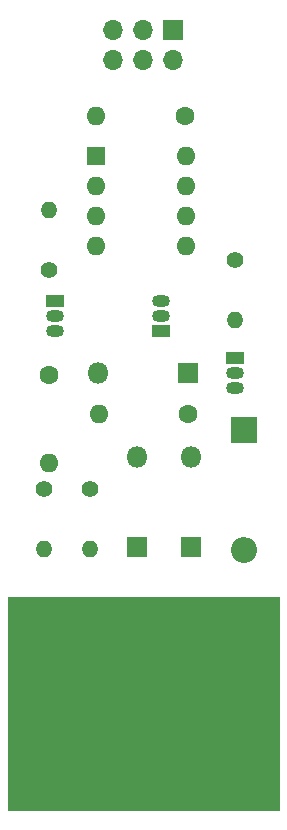
<source format=gbr>
%TF.GenerationSoftware,KiCad,Pcbnew,6.0.11+dfsg-1*%
%TF.CreationDate,2025-09-02T17:45:45-05:00*%
%TF.ProjectId,TinyFreq,54696e79-4672-4657-912e-6b696361645f,rev?*%
%TF.SameCoordinates,Original*%
%TF.FileFunction,Soldermask,Bot*%
%TF.FilePolarity,Negative*%
%FSLAX46Y46*%
G04 Gerber Fmt 4.6, Leading zero omitted, Abs format (unit mm)*
G04 Created by KiCad (PCBNEW 6.0.11+dfsg-1) date 2025-09-02 17:45:45*
%MOMM*%
%LPD*%
G01*
G04 APERTURE LIST*
%ADD10C,0.120000*%
%ADD11C,1.600000*%
%ADD12O,1.600000X1.600000*%
%ADD13C,1.400000*%
%ADD14O,1.400000X1.400000*%
%ADD15R,1.800000X1.800000*%
%ADD16O,1.800000X1.800000*%
%ADD17R,1.600000X1.600000*%
%ADD18R,1.500000X1.050000*%
%ADD19O,1.500000X1.050000*%
%ADD20R,2.500000X15.000000*%
%ADD21R,1.700000X1.700000*%
%ADD22O,1.700000X1.700000*%
%ADD23R,2.200000X2.200000*%
%ADD24O,2.200000X2.200000*%
G04 APERTURE END LIST*
D10*
%TO.C,J1*%
X124405000Y-114080000D02*
X147405000Y-114080000D01*
X147405000Y-114080000D02*
X147405000Y-132080000D01*
X147405000Y-132080000D02*
X124405000Y-132080000D01*
X124405000Y-132080000D02*
X124405000Y-114080000D01*
G36*
X124405000Y-114080000D02*
G01*
X147405000Y-114080000D01*
X147405000Y-132080000D01*
X124405000Y-132080000D01*
X124405000Y-114080000D01*
G37*
%TD*%
D11*
%TO.C,C2*%
X139655000Y-98580000D03*
D12*
X132155000Y-98580000D03*
%TD*%
D13*
%TO.C,R4*%
X143655000Y-85580000D03*
D14*
X143655000Y-90660000D03*
%TD*%
D13*
%TO.C,R2*%
X131405000Y-104980000D03*
D14*
X131405000Y-110060000D03*
%TD*%
D11*
%TO.C,C1*%
X127905000Y-95250000D03*
D12*
X127905000Y-102750000D03*
%TD*%
D15*
%TO.C,D4*%
X139655000Y-95080000D03*
D16*
X132035000Y-95080000D03*
%TD*%
D13*
%TO.C,R1*%
X127505000Y-104980000D03*
D14*
X127505000Y-110060000D03*
%TD*%
D17*
%TO.C,U2*%
X131855000Y-76780000D03*
D12*
X131855000Y-79320000D03*
X131855000Y-81860000D03*
X131855000Y-84400000D03*
X139475000Y-84400000D03*
X139475000Y-81860000D03*
X139475000Y-79320000D03*
X139475000Y-76780000D03*
%TD*%
D18*
%TO.C,Q1*%
X128385000Y-89060000D03*
D19*
X128385000Y-90330000D03*
X128385000Y-91600000D03*
%TD*%
D15*
%TO.C,D2*%
X135405000Y-109830000D03*
D16*
X135405000Y-102210000D03*
%TD*%
D18*
%TO.C,U1*%
X143685000Y-93810000D03*
D19*
X143685000Y-95080000D03*
X143685000Y-96350000D03*
%TD*%
D20*
%TO.C,J1*%
X145655000Y-123930000D03*
X142155000Y-123930000D03*
X136655000Y-123930000D03*
X133155000Y-123930000D03*
X129655000Y-123930000D03*
X126155000Y-123930000D03*
%TD*%
D15*
%TO.C,D3*%
X139905000Y-109890000D03*
D16*
X139905000Y-102270000D03*
%TD*%
D18*
%TO.C,Q2*%
X137405000Y-91580000D03*
D19*
X137405000Y-90310000D03*
X137405000Y-89040000D03*
%TD*%
D21*
%TO.C,J2*%
X138430000Y-66055000D03*
D22*
X138430000Y-68595000D03*
X135890000Y-66055000D03*
X135890000Y-68595000D03*
X133350000Y-66055000D03*
X133350000Y-68595000D03*
%TD*%
D13*
%TO.C,R3*%
X127905000Y-86380000D03*
D14*
X127905000Y-81300000D03*
%TD*%
D23*
%TO.C,D1*%
X144405000Y-99920000D03*
D24*
X144405000Y-110080000D03*
%TD*%
D11*
%TO.C,C3*%
X139405000Y-73330000D03*
D12*
X131905000Y-73330000D03*
%TD*%
M02*

</source>
